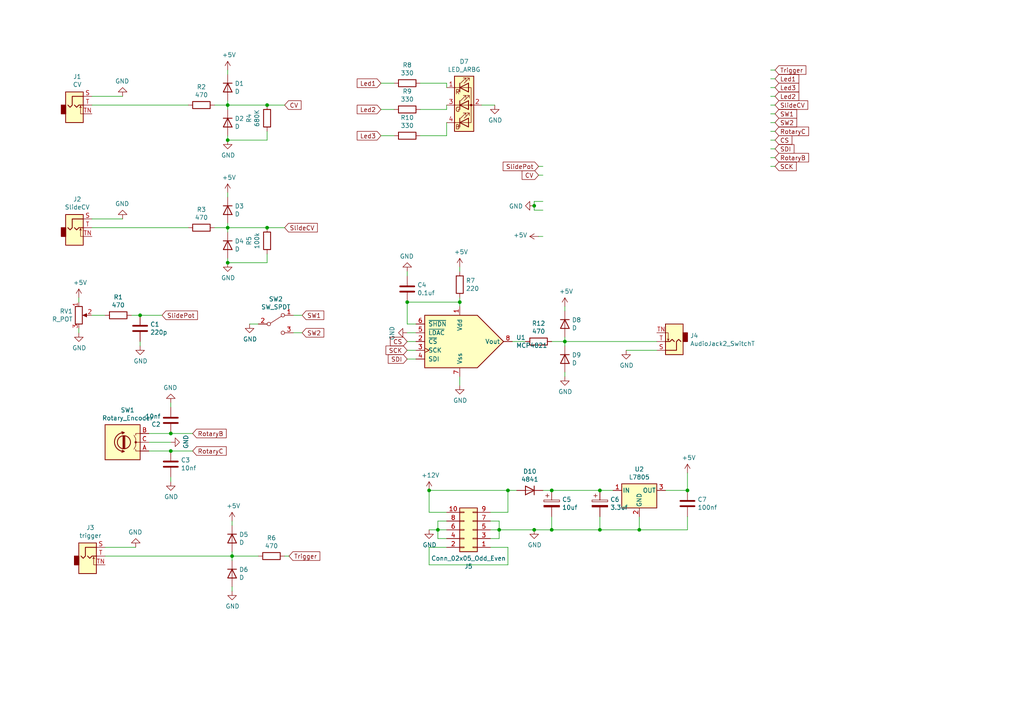
<source format=kicad_sch>
(kicad_sch (version 20211123) (generator eeschema)
  (paper "A4")
  (lib_symbols
    (symbol "Analog_DAC:MCP4821" (pin_names (offset 1.016))
      (property "Reference" "U" (at 1.27 10.795 0))
      (property "Value" "MCP4821" (at 1.27 8.89 0))
      (symbol "MCP4821_0_0"
        (polyline (pts (xy 12.7 0) (xy 5.08 7.62) (xy -10.16 7.62) (xy -10.16 -7.62) (xy 5.08 -7.62) (xy 12.7 0)) (stroke (width 0.254)) (fill (type background)))
      )
      (symbol "MCP4821_1_1"
        (pin power_in line (at 0 10.16 270) (length 2.54) (name "Vdd") (number "1"))
        (pin input line (at -12.7 0 0) (length 2.54) (name "~{CS}") (number "2"))
        (pin input clock (at -12.7 -2.54 0) (length 2.54) (name "SCK") (number "3"))
        (pin input line (at -12.7 -5.08 0) (length 2.54) (name "SDI") (number "4"))
        (pin input line (at -12.7 2.54 0) (length 2.54) (name "~{LDAC}") (number "5"))
        (pin input line (at -12.7 5.08 0) (length 2.54) (name "~{SHDN}") (number "6"))
        (pin power_in line (at 0 -10.16 90) (length 2.54) (name "Vss") (number "7"))
        (pin output line (at 15.24 0 180) (length 2.54) (name "Vout") (number "8"))
      )
    )
    (symbol "Connector:AudioJack2_SwitchT"
      (property "Reference" "J" (at 0 8.89 0))
      (property "Value" "AudioJack2_SwitchT" (at 0 6.35 0))
      (symbol "AudioJack2_SwitchT_0_1"
        (rectangle (start -2.54 0) (end -3.81 -2.54) (stroke (width 0.254)) (fill (type outline)))
        (polyline (pts (xy 1.778 -0.254) (xy 2.032 -0.762)))
        (polyline (pts (xy 0 0) (xy 0.635 -0.635) (xy 1.27 0) (xy 2.54 0)) (stroke (width 0.254)))
        (polyline (pts (xy 2.54 -2.54) (xy 1.778 -2.54) (xy 1.778 -0.254) (xy 1.524 -0.762)))
        (polyline (pts (xy 2.54 2.54) (xy -0.635 2.54) (xy -0.635 0) (xy -1.27 -0.635) (xy -1.905 0)) (stroke (width 0.254)))
        (rectangle (start 2.54 3.81) (end -2.54 -5.08) (stroke (width 0.254)) (fill (type background)))
      )
      (symbol "AudioJack2_SwitchT_1_1"
        (pin passive line (at 5.08 2.54 180) (length 2.54) (name "~") (number "S"))
        (pin passive line (at 5.08 0 180) (length 2.54) (name "~") (number "T"))
        (pin passive line (at 5.08 -2.54 180) (length 2.54) (name "~") (number "TN"))
      )
    )
    (symbol "Connector_Generic:Conn_02x05_Odd_Even" (pin_names (offset 1.016) hide)
      (property "Reference" "J" (at 1.27 7.62 0))
      (property "Value" "Conn_02x05_Odd_Even" (at 1.27 -7.62 0))
      (symbol "Conn_02x05_Odd_Even_1_1"
        (rectangle (start -1.27 -4.953) (end 0 -5.207) (stroke (width 0.1524)))
        (rectangle (start -1.27 -2.413) (end 0 -2.667) (stroke (width 0.1524)))
        (rectangle (start -1.27 0.127) (end 0 -0.127) (stroke (width 0.1524)))
        (rectangle (start -1.27 2.667) (end 0 2.413) (stroke (width 0.1524)))
        (rectangle (start -1.27 5.207) (end 0 4.953) (stroke (width 0.1524)))
        (rectangle (start -1.27 6.35) (end 3.81 -6.35) (stroke (width 0.254)) (fill (type background)))
        (rectangle (start 3.81 -4.953) (end 2.54 -5.207) (stroke (width 0.1524)))
        (rectangle (start 3.81 -2.413) (end 2.54 -2.667) (stroke (width 0.1524)))
        (rectangle (start 3.81 0.127) (end 2.54 -0.127) (stroke (width 0.1524)))
        (rectangle (start 3.81 2.667) (end 2.54 2.413) (stroke (width 0.1524)))
        (rectangle (start 3.81 5.207) (end 2.54 4.953) (stroke (width 0.1524)))
        (pin passive line (at -5.08 5.08 0) (length 3.81) (name "Pin_1") (number "1"))
        (pin passive line (at 7.62 -5.08 180) (length 3.81) (name "Pin_10") (number "10"))
        (pin passive line (at 7.62 5.08 180) (length 3.81) (name "Pin_2") (number "2"))
        (pin passive line (at -5.08 2.54 0) (length 3.81) (name "Pin_3") (number "3"))
        (pin passive line (at 7.62 2.54 180) (length 3.81) (name "Pin_4") (number "4"))
        (pin passive line (at -5.08 0 0) (length 3.81) (name "Pin_5") (number "5"))
        (pin passive line (at 7.62 0 180) (length 3.81) (name "Pin_6") (number "6"))
        (pin passive line (at -5.08 -2.54 0) (length 3.81) (name "Pin_7") (number "7"))
        (pin passive line (at 7.62 -2.54 180) (length 3.81) (name "Pin_8") (number "8"))
        (pin passive line (at -5.08 -5.08 0) (length 3.81) (name "Pin_9") (number "9"))
      )
    )
    (symbol "Device:C" (pin_numbers hide) (pin_names (offset 0.254))
      (property "Reference" "C" (at 0.635 2.54 0))
      (property "Value" "C" (at 0.635 -2.54 0))
      (symbol "C_0_1"
        (polyline (pts (xy -2.032 -0.762) (xy 2.032 -0.762)) (stroke (width 0.508)))
        (polyline (pts (xy -2.032 0.762) (xy 2.032 0.762)) (stroke (width 0.508)))
      )
      (symbol "C_1_1"
        (pin passive line (at 0 3.81 270) (length 2.794) (name "~") (number "1"))
        (pin passive line (at 0 -3.81 90) (length 2.794) (name "~") (number "2"))
      )
    )
    (symbol "Device:CP" (pin_numbers hide) (pin_names (offset 0.254))
      (property "Reference" "C" (at 0.635 2.54 0))
      (property "Value" "Device_CP" (at 0.635 -2.54 0))
      (symbol "CP_0_1"
        (rectangle (start -2.286 0.508) (end 2.286 1.016))
        (polyline (pts (xy -1.778 2.286) (xy -0.762 2.286)))
        (polyline (pts (xy -1.27 2.794) (xy -1.27 1.778)))
        (rectangle (start 2.286 -0.508) (end -2.286 -1.016) (fill (type outline)))
      )
      (symbol "CP_1_1"
        (pin passive line (at 0 3.81 270) (length 2.794) (name "~") (number "1"))
        (pin passive line (at 0 -3.81 90) (length 2.794) (name "~") (number "2"))
      )
    )
    (symbol "Device:D" (pin_numbers hide) (pin_names (offset 1.016) hide)
      (property "Reference" "D" (at 0 2.54 0))
      (property "Value" "D" (at 0 -2.54 0))
      (symbol "D_0_1"
        (polyline (pts (xy -1.27 1.27) (xy -1.27 -1.27)) (stroke (width 0.254)))
        (polyline (pts (xy 1.27 0) (xy -1.27 0)))
        (polyline (pts (xy 1.27 1.27) (xy 1.27 -1.27) (xy -1.27 0) (xy 1.27 1.27)) (stroke (width 0.254)))
      )
      (symbol "D_1_1"
        (pin passive line (at -3.81 0 0) (length 2.54) (name "K") (number "1"))
        (pin passive line (at 3.81 0 180) (length 2.54) (name "A") (number "2"))
      )
    )
    (symbol "Device:LED_RAGB" (pin_names (offset 0) hide)
      (property "Reference" "D" (at 0 9.398 0))
      (property "Value" "LED_RAGB" (at 0 -8.89 0))
      (symbol "LED_RAGB_0_0"
        (text "B" (at -1.905 -6.35 0) (effects (font (size 1.27 1.27))))
        (text "G" (at -1.905 -1.27 0) (effects (font (size 1.27 1.27))))
        (text "R" (at -1.905 3.81 0) (effects (font (size 1.27 1.27))))
      )
      (symbol "LED_RAGB_0_1"
        (polyline (pts (xy -1.27 -5.08) (xy -2.54 -5.08)))
        (polyline (pts (xy -1.27 -5.08) (xy 1.27 -5.08)))
        (polyline (pts (xy -1.27 -3.81) (xy -1.27 -6.35)) (stroke (width 0.254)))
        (polyline (pts (xy -1.27 0) (xy -2.54 0)))
        (polyline (pts (xy -1.27 1.27) (xy -1.27 -1.27)) (stroke (width 0.254)))
        (polyline (pts (xy -1.27 5.08) (xy -2.54 5.08)))
        (polyline (pts (xy -1.27 5.08) (xy 1.27 5.08)))
        (polyline (pts (xy -1.27 6.35) (xy -1.27 3.81)) (stroke (width 0.254)))
        (polyline (pts (xy 1.27 0) (xy -1.27 0)))
        (polyline (pts (xy 1.27 0) (xy 2.54 0)))
        (polyline (pts (xy -1.27 1.27) (xy -1.27 -1.27) (xy -1.27 -1.27)))
        (polyline (pts (xy -1.27 6.35) (xy -1.27 3.81) (xy -1.27 3.81)))
        (polyline (pts (xy 1.27 -5.08) (xy 2.032 -5.08) (xy 2.032 5.08) (xy 1.27 5.08)))
        (polyline (pts (xy 1.27 -3.81) (xy 1.27 -6.35) (xy -1.27 -5.08) (xy 1.27 -3.81)) (stroke (width 0.254)))
        (polyline (pts (xy 1.27 1.27) (xy 1.27 -1.27) (xy -1.27 0) (xy 1.27 1.27)) (stroke (width 0.254)))
        (polyline (pts (xy 1.27 6.35) (xy 1.27 3.81) (xy -1.27 5.08) (xy 1.27 6.35)) (stroke (width 0.254)))
        (polyline (pts (xy -1.016 -3.81) (xy 0.508 -2.286) (xy -0.254 -2.286) (xy 0.508 -2.286) (xy 0.508 -3.048)))
        (polyline (pts (xy -1.016 1.27) (xy 0.508 2.794) (xy -0.254 2.794) (xy 0.508 2.794) (xy 0.508 2.032)))
        (polyline (pts (xy -1.016 6.35) (xy 0.508 7.874) (xy -0.254 7.874) (xy 0.508 7.874) (xy 0.508 7.112)))
        (polyline (pts (xy 0 -3.81) (xy 1.524 -2.286) (xy 0.762 -2.286) (xy 1.524 -2.286) (xy 1.524 -3.048)))
        (polyline (pts (xy 0 1.27) (xy 1.524 2.794) (xy 0.762 2.794) (xy 1.524 2.794) (xy 1.524 2.032)))
        (polyline (pts (xy 0 6.35) (xy 1.524 7.874) (xy 0.762 7.874) (xy 1.524 7.874) (xy 1.524 7.112)))
        (rectangle (start 1.27 -1.27) (end 1.27 1.27))
        (rectangle (start 1.27 1.27) (end 1.27 1.27))
        (rectangle (start 1.27 3.81) (end 1.27 6.35))
        (rectangle (start 1.27 6.35) (end 1.27 6.35))
        (circle (center 2.032 0) (radius 0.254) (fill (type outline)))
        (rectangle (start 2.794 8.382) (end -2.794 -7.62) (stroke (width 0.254)) (fill (type background)))
      )
      (symbol "LED_RAGB_1_1"
        (pin passive line (at -5.08 5.08 0) (length 2.54) (name "RK") (number "1"))
        (pin passive line (at 5.08 0 180) (length 2.54) (name "A") (number "2"))
        (pin passive line (at -5.08 0 0) (length 2.54) (name "GK") (number "3"))
        (pin passive line (at -5.08 -5.08 0) (length 2.54) (name "BK") (number "4"))
      )
    )
    (symbol "Device:R" (pin_numbers hide) (pin_names (offset 0))
      (property "Reference" "R" (at 2.032 0 90))
      (property "Value" "R" (at 0 0 90))
      (symbol "R_0_1"
        (rectangle (start -1.016 -2.54) (end 1.016 2.54) (stroke (width 0.254)))
      )
      (symbol "R_1_1"
        (pin passive line (at 0 3.81 270) (length 1.27) (name "~") (number "1"))
        (pin passive line (at 0 -3.81 90) (length 1.27) (name "~") (number "2"))
      )
    )
    (symbol "Device:R_POT" (pin_names (offset 1.016) hide)
      (property "Reference" "RV" (at -4.445 0 90))
      (property "Value" "Device_R_POT" (at -2.54 0 90))
      (symbol "R_POT_0_1"
        (polyline (pts (xy 2.54 0) (xy 1.524 0)))
        (polyline (pts (xy 1.143 0) (xy 2.286 0.508) (xy 2.286 -0.508) (xy 1.143 0)) (fill (type outline)))
        (rectangle (start 1.016 2.54) (end -1.016 -2.54) (stroke (width 0.254)))
      )
      (symbol "R_POT_1_1"
        (pin passive line (at 0 3.81 270) (length 1.27) (name "1") (number "1"))
        (pin passive line (at 3.81 0 180) (length 1.27) (name "2") (number "2"))
        (pin passive line (at 0 -3.81 90) (length 1.27) (name "3") (number "3"))
      )
    )
    (symbol "Device:Rotary_Encoder" (pin_names (offset 0.254) hide)
      (property "Reference" "SW" (at 0 6.604 0))
      (property "Value" "Device_Rotary_Encoder" (at 0 -6.604 0))
      (symbol "Rotary_Encoder_0_1"
        (rectangle (start -5.08 5.08) (end 5.08 -5.08) (stroke (width 0.254)) (fill (type background)))
        (circle (center -3.81 0) (radius 0.254) (fill (type outline)))
        (arc (start -0.381 -2.794) (mid 2.3622 -0.0508) (end -0.381 2.667) (stroke (width 0.254)))
        (circle (center -0.381 0) (radius 1.905) (stroke (width 0.254)))
        (polyline (pts (xy -0.635 -1.778) (xy -0.635 1.778)) (stroke (width 0.254)))
        (polyline (pts (xy -0.381 -1.778) (xy -0.381 1.778)) (stroke (width 0.254)))
        (polyline (pts (xy -0.127 1.778) (xy -0.127 -1.778)) (stroke (width 0.254)))
        (polyline (pts (xy -5.08 -2.54) (xy -3.81 -2.54) (xy -3.81 -2.032)))
        (polyline (pts (xy -5.08 2.54) (xy -3.81 2.54) (xy -3.81 2.032)))
        (polyline (pts (xy 0.254 -3.048) (xy -0.508 -2.794) (xy 0.127 -2.413)) (stroke (width 0.254)))
        (polyline (pts (xy 0.254 2.921) (xy -0.508 2.667) (xy 0.127 2.286)) (stroke (width 0.254)))
        (polyline (pts (xy -5.08 0) (xy -3.81 0) (xy -3.81 -1.016) (xy -3.302 -2.032)))
        (polyline (pts (xy -4.318 0) (xy -3.81 0) (xy -3.81 1.016) (xy -3.302 2.032)))
      )
      (symbol "Rotary_Encoder_1_1"
        (pin passive line (at -7.62 2.54 0) (length 2.54) (name "A") (number "A"))
        (pin passive line (at -7.62 -2.54 0) (length 2.54) (name "B") (number "B"))
        (pin passive line (at -7.62 0 0) (length 2.54) (name "C") (number "C"))
      )
    )
    (symbol "Regulator_Linear:L7805" (pin_names (offset 0.254))
      (property "Reference" "U" (at -3.81 3.175 0))
      (property "Value" "L7805" (at 0 3.175 0))
      (symbol "L7805_0_1"
        (rectangle (start -5.08 1.905) (end 5.08 -5.08) (stroke (width 0.254)) (fill (type background)))
      )
      (symbol "L7805_1_1"
        (pin power_in line (at -7.62 0 0) (length 2.54) (name "IN") (number "1"))
        (pin power_in line (at 0 -7.62 90) (length 2.54) (name "GND") (number "2"))
        (pin power_out line (at 7.62 0 180) (length 2.54) (name "OUT") (number "3"))
      )
    )
    (symbol "Switch:SW_SPDT" (pin_names (offset 0) hide)
      (property "Reference" "SW" (at 0 4.318 0))
      (property "Value" "SW_SPDT" (at 0 -5.08 0))
      (symbol "SW_SPDT_0_0"
        (circle (center -2.032 0) (radius 0.508))
        (circle (center 2.032 -2.54) (radius 0.508))
      )
      (symbol "SW_SPDT_0_1"
        (polyline (pts (xy -1.524 0.254) (xy 1.651 2.286)))
        (circle (center 2.032 2.54) (radius 0.508))
      )
      (symbol "SW_SPDT_1_1"
        (pin passive line (at 5.08 2.54 180) (length 2.54) (name "A") (number "1"))
        (pin passive line (at -5.08 0 0) (length 2.54) (name "B") (number "2"))
        (pin passive line (at 5.08 -2.54 180) (length 2.54) (name "C") (number "3"))
      )
    )
    (symbol "power:+12V" (power) (pin_names (offset 0))
      (property "Value" "+12V" (at 0 3.556 0))
      (symbol "+12V_0_1"
        (polyline (pts (xy -0.762 1.27) (xy 0 2.54)))
        (polyline (pts (xy 0 0) (xy 0 2.54)))
        (polyline (pts (xy 0 2.54) (xy 0.762 1.27)))
      )
      (symbol "+12V_1_1"
        (pin power_in line (at 0 0 90) (length 0) hide (name "+12V") (number "1"))
      )
    )
    (symbol "power:+5V" (power) (pin_names (offset 0))
      (property "Value" "+5V" (at 0 3.556 0))
      (symbol "+5V_0_1"
        (polyline (pts (xy -0.762 1.27) (xy 0 2.54)))
        (polyline (pts (xy 0 0) (xy 0 2.54)))
        (polyline (pts (xy 0 2.54) (xy 0.762 1.27)))
      )
      (symbol "+5V_1_1"
        (pin power_in line (at 0 0 90) (length 0) hide (name "+5V") (number "1"))
      )
    )
    (symbol "power:GND" (power) (pin_names (offset 0))
      (property "Value" "GND" (at 0 -3.81 0))
      (symbol "GND_0_1"
        (polyline (pts (xy 0 0) (xy 0 -1.27) (xy 1.27 -1.27) (xy 0 -2.54) (xy -1.27 -1.27) (xy 0 -1.27)))
      )
      (symbol "GND_1_1"
        (pin power_in line (at 0 0 270) (length 0) hide (name "GND") (number "1"))
      )
    )
  )
  (junction (at 160.02 142.24))
  (junction (at 154.94 59.69))
  (junction (at 49.53 130.81))
  (junction (at 77.47 30.48))
  (junction (at 40.64 91.44))
  (junction (at 66.04 40.64))
  (junction (at 163.83 99.06))
  (junction (at 160.02 153.67))
  (junction (at 154.94 153.67))
  (junction (at 66.04 76.2))
  (junction (at 67.31 161.29))
  (junction (at 66.04 30.48))
  (junction (at 199.39 142.24))
  (junction (at 173.99 142.24))
  (junction (at 124.46 142.24))
  (junction (at 147.32 142.24))
  (junction (at 66.04 66.04))
  (junction (at 173.99 153.67))
  (junction (at 144.78 153.67))
  (junction (at 185.42 153.67))
  (junction (at 77.47 66.04))
  (junction (at 127 153.67))
  (junction (at 133.35 87.63))
  (junction (at 118.11 87.63))
  (junction (at 49.53 125.73))
  (wire (pts (xy 121.92 24.13) (xy 129.54 24.13)))
  (wire (pts (xy 223.52 38.1) (xy 224.79 38.1)))
  (wire (pts (xy 66.04 67.31) (xy 66.04 66.04)))
  (wire (pts (xy 22.86 95.25) (xy 22.86 96.52)))
  (wire (pts (xy 152.4 99.06) (xy 148.59 99.06)))
  (wire (pts (xy 114.3 31.75) (xy 110.49 31.75)))
  (wire (pts (xy 120.65 96.52) (xy 118.11 96.52)))
  (wire (pts (xy 223.52 30.48) (xy 224.79 30.48)))
  (wire (pts (xy 127 156.21) (xy 129.54 156.21)))
  (wire (pts (xy 154.94 59.69) (xy 154.94 58.42)))
  (wire (pts (xy 66.04 29.21) (xy 66.04 30.48)))
  (wire (pts (xy 66.04 64.77) (xy 66.04 66.04)))
  (wire (pts (xy 74.93 93.98) (xy 72.39 93.98)))
  (wire (pts (xy 77.47 30.48) (xy 82.55 30.48)))
  (wire (pts (xy 82.55 161.29) (xy 83.82 161.29)))
  (wire (pts (xy 223.52 25.4) (xy 224.79 25.4)))
  (wire (pts (xy 26.67 91.44) (xy 30.48 91.44)))
  (wire (pts (xy 199.39 142.24) (xy 199.39 137.16)))
  (wire (pts (xy 223.52 22.86) (xy 224.79 22.86)))
  (wire (pts (xy 157.48 142.24) (xy 160.02 142.24)))
  (wire (pts (xy 121.92 31.75) (xy 129.54 31.75)))
  (wire (pts (xy 173.99 153.67) (xy 160.02 153.67)))
  (wire (pts (xy 144.78 153.67) (xy 144.78 156.21)))
  (wire (pts (xy 129.54 148.59) (xy 124.46 148.59)))
  (wire (pts (xy 190.5 101.6) (xy 181.61 101.6)))
  (wire (pts (xy 160.02 153.67) (xy 160.02 149.86)))
  (wire (pts (xy 49.53 130.81) (xy 55.88 130.81)))
  (wire (pts (xy 223.52 43.18) (xy 224.79 43.18)))
  (wire (pts (xy 163.83 99.06) (xy 190.5 99.06)))
  (wire (pts (xy 154.94 60.96) (xy 154.94 59.69)))
  (wire (pts (xy 144.78 153.67) (xy 142.24 153.67)))
  (wire (pts (xy 133.35 87.63) (xy 133.35 88.9)))
  (wire (pts (xy 66.04 30.48) (xy 77.47 30.48)))
  (wire (pts (xy 129.54 151.13) (xy 127 151.13)))
  (wire (pts (xy 66.04 21.59) (xy 66.04 20.32)))
  (wire (pts (xy 120.65 101.6) (xy 118.11 101.6)))
  (wire (pts (xy 163.83 90.17) (xy 163.83 88.9)))
  (wire (pts (xy 85.09 91.44) (xy 87.63 91.44)))
  (wire (pts (xy 124.46 148.59) (xy 124.46 142.24)))
  (wire (pts (xy 120.65 104.14) (xy 118.11 104.14)))
  (wire (pts (xy 66.04 66.04) (xy 77.47 66.04)))
  (wire (pts (xy 173.99 153.67) (xy 173.99 149.86)))
  (wire (pts (xy 43.18 130.81) (xy 49.53 130.81)))
  (wire (pts (xy 149.86 142.24) (xy 147.32 142.24)))
  (wire (pts (xy 49.53 125.73) (xy 55.88 125.73)))
  (wire (pts (xy 67.31 152.4) (xy 67.31 151.13)))
  (wire (pts (xy 139.7 30.48) (xy 143.51 30.48)))
  (wire (pts (xy 38.1 91.44) (xy 40.64 91.44)))
  (wire (pts (xy 154.94 58.42) (xy 157.48 58.42)))
  (wire (pts (xy 124.46 163.83) (xy 147.32 163.83)))
  (wire (pts (xy 163.83 107.95) (xy 163.83 109.22)))
  (wire (pts (xy 223.52 33.02) (xy 224.79 33.02)))
  (wire (pts (xy 223.52 35.56) (xy 224.79 35.56)))
  (wire (pts (xy 163.83 97.79) (xy 163.83 99.06)))
  (wire (pts (xy 223.52 40.64) (xy 224.79 40.64)))
  (wire (pts (xy 121.92 39.37) (xy 129.54 39.37)))
  (wire (pts (xy 147.32 158.75) (xy 147.32 163.83)))
  (wire (pts (xy 67.31 170.18) (xy 67.31 171.45)))
  (wire (pts (xy 193.04 142.24) (xy 199.39 142.24)))
  (wire (pts (xy 77.47 76.2) (xy 77.47 73.66)))
  (wire (pts (xy 77.47 66.04) (xy 82.55 66.04)))
  (wire (pts (xy 157.48 68.58) (xy 156.21 68.58)))
  (wire (pts (xy 160.02 142.24) (xy 173.99 142.24)))
  (wire (pts (xy 129.54 39.37) (xy 129.54 35.56)))
  (wire (pts (xy 223.52 45.72) (xy 224.79 45.72)))
  (wire (pts (xy 62.23 30.48) (xy 66.04 30.48)))
  (wire (pts (xy 66.04 74.93) (xy 66.04 76.2)))
  (wire (pts (xy 66.04 31.75) (xy 66.04 30.48)))
  (wire (pts (xy 199.39 153.67) (xy 185.42 153.67)))
  (wire (pts (xy 43.18 128.27) (xy 49.53 128.27)))
  (wire (pts (xy 49.53 118.11) (xy 49.53 116.84)))
  (wire (pts (xy 124.46 142.24) (xy 147.32 142.24)))
  (wire (pts (xy 22.86 87.63) (xy 22.86 86.36)))
  (wire (pts (xy 62.23 66.04) (xy 66.04 66.04)))
  (wire (pts (xy 26.67 66.04) (xy 54.61 66.04)))
  (wire (pts (xy 66.04 76.2) (xy 77.47 76.2)))
  (wire (pts (xy 147.32 142.24) (xy 147.32 148.59)))
  (wire (pts (xy 133.35 86.36) (xy 133.35 87.63)))
  (wire (pts (xy 49.53 138.43) (xy 49.53 139.7)))
  (wire (pts (xy 67.31 161.29) (xy 74.93 161.29)))
  (wire (pts (xy 154.94 153.67) (xy 160.02 153.67)))
  (wire (pts (xy 147.32 148.59) (xy 142.24 148.59)))
  (wire (pts (xy 26.67 30.48) (xy 54.61 30.48)))
  (wire (pts (xy 120.65 93.98) (xy 118.11 93.98)))
  (wire (pts (xy 120.65 99.06) (xy 118.11 99.06)))
  (wire (pts (xy 127 153.67) (xy 124.46 153.67)))
  (wire (pts (xy 30.48 161.29) (xy 67.31 161.29)))
  (wire (pts (xy 118.11 93.98) (xy 118.11 87.63)))
  (wire (pts (xy 67.31 160.02) (xy 67.31 161.29)))
  (wire (pts (xy 199.39 149.86) (xy 199.39 153.67)))
  (wire (pts (xy 114.3 24.13) (xy 110.49 24.13)))
  (wire (pts (xy 85.09 96.52) (xy 87.63 96.52)))
  (wire (pts (xy 127 151.13) (xy 127 153.67)))
  (wire (pts (xy 173.99 142.24) (xy 177.8 142.24)))
  (wire (pts (xy 118.11 80.01) (xy 118.11 78.74)))
  (wire (pts (xy 185.42 149.86) (xy 185.42 153.67)))
  (wire (pts (xy 160.02 99.06) (xy 163.83 99.06)))
  (wire (pts (xy 124.46 163.83) (xy 124.46 158.75)))
  (wire (pts (xy 66.04 40.64) (xy 77.47 40.64)))
  (wire (pts (xy 30.48 158.75) (xy 39.37 158.75)))
  (wire (pts (xy 129.54 153.67) (xy 127 153.67)))
  (wire (pts (xy 118.11 87.63) (xy 133.35 87.63)))
  (wire (pts (xy 43.18 125.73) (xy 49.53 125.73)))
  (wire (pts (xy 157.48 48.26) (xy 156.21 48.26)))
  (wire (pts (xy 133.35 109.22) (xy 133.35 111.76)))
  (wire (pts (xy 26.67 27.94) (xy 35.56 27.94)))
  (wire (pts (xy 40.64 99.06) (xy 40.64 100.33)))
  (wire (pts (xy 66.04 57.15) (xy 66.04 55.88)))
  (wire (pts (xy 26.67 63.5) (xy 35.56 63.5)))
  (wire (pts (xy 144.78 153.67) (xy 154.94 153.67)))
  (wire (pts (xy 124.46 158.75) (xy 129.54 158.75)))
  (wire (pts (xy 185.42 153.67) (xy 173.99 153.67)))
  (wire (pts (xy 129.54 24.13) (xy 129.54 25.4)))
  (wire (pts (xy 157.48 60.96) (xy 154.94 60.96)))
  (wire (pts (xy 142.24 151.13) (xy 144.78 151.13)))
  (wire (pts (xy 114.3 39.37) (xy 110.49 39.37)))
  (wire (pts (xy 66.04 39.37) (xy 66.04 40.64)))
  (wire (pts (xy 142.24 158.75) (xy 147.32 158.75)))
  (wire (pts (xy 223.52 48.26) (xy 224.79 48.26)))
  (wire (pts (xy 163.83 100.33) (xy 163.83 99.06)))
  (wire (pts (xy 77.47 40.64) (xy 77.47 38.1)))
  (wire (pts (xy 133.35 77.47) (xy 133.35 78.74)))
  (wire (pts (xy 144.78 151.13) (xy 144.78 153.67)))
  (wire (pts (xy 129.54 31.75) (xy 129.54 30.48)))
  (wire (pts (xy 156.21 50.8) (xy 157.48 50.8)))
  (wire (pts (xy 67.31 162.56) (xy 67.31 161.29)))
  (wire (pts (xy 40.64 91.44) (xy 46.99 91.44)))
  (wire (pts (xy 127 153.67) (xy 127 156.21)))
  (wire (pts (xy 144.78 156.21) (xy 142.24 156.21)))
  (wire (pts (xy 223.52 27.94) (xy 224.79 27.94)))
  (wire (pts (xy 223.52 20.32) (xy 224.79 20.32)))
  (global_label "CS" (shape input) (at 224.79 40.64 0) (property "Intersheet References" "${INTERSHEET_REFS}" (effects hide)))
  (global_label "Trigger" (shape input) (at 224.79 20.32 0) (property "Intersheet References" "${INTERSHEET_REFS}" (effects hide)))
  (global_label "RotaryC" (shape input) (at 55.88 130.81 0) (property "Intersheet References" "${INTERSHEET_REFS}" (effects hide)))
  (global_label "CV" (shape input) (at 82.55 30.48 0) (property "Intersheet References" "${INTERSHEET_REFS}" (effects hide)))
  (global_label "SDI" (shape input) (at 224.79 43.18 0) (property "Intersheet References" "${INTERSHEET_REFS}" (effects hide)))
  (global_label "SDI" (shape input) (at 118.11 104.14 180) (property "Intersheet References" "${INTERSHEET_REFS}" (effects hide)))
  (global_label "Trigger" (shape input) (at 83.82 161.29 0) (property "Intersheet References" "${INTERSHEET_REFS}" (effects hide)))
  (global_label "Led2" (shape input) (at 224.79 27.94 0) (property "Intersheet References" "${INTERSHEET_REFS}" (effects hide)))
  (global_label "SlidePot" (shape input) (at 46.99 91.44 0) (property "Intersheet References" "${INTERSHEET_REFS}" (effects hide)))
  (global_label "Led3" (shape input) (at 224.79 25.4 0) (property "Intersheet References" "${INTERSHEET_REFS}" (effects hide)))
  (global_label "Led2" (shape input) (at 110.49 31.75 180) (property "Intersheet References" "${INTERSHEET_REFS}" (effects hide)))
  (global_label "SlideCV" (shape input) (at 224.79 30.48 0) (property "Intersheet References" "${INTERSHEET_REFS}" (effects hide)))
  (global_label "CV" (shape input) (at 156.21 50.8 180) (property "Intersheet References" "${INTERSHEET_REFS}" (effects hide)))
  (global_label "SCK" (shape input) (at 224.79 48.26 0) (property "Intersheet References" "${INTERSHEET_REFS}" (effects hide)))
  (global_label "SlidePot" (shape input) (at 156.21 48.26 180) (property "Intersheet References" "${INTERSHEET_REFS}" (effects hide)))
  (global_label "SW2" (shape input) (at 224.79 35.56 0) (property "Intersheet References" "${INTERSHEET_REFS}" (effects hide)))
  (global_label "Led1" (shape input) (at 110.49 24.13 180) (property "Intersheet References" "${INTERSHEET_REFS}" (effects hide)))
  (global_label "CS" (shape input) (at 118.11 99.06 180) (property "Intersheet References" "${INTERSHEET_REFS}" (effects hide)))
  (global_label "RotaryB" (shape input) (at 55.88 125.73 0) (property "Intersheet References" "${INTERSHEET_REFS}" (effects hide)))
  (global_label "RotaryB" (shape input) (at 224.79 45.72 0) (property "Intersheet References" "${INTERSHEET_REFS}" (effects hide)))
  (global_label "SW2" (shape input) (at 87.63 96.52 0) (property "Intersheet References" "${INTERSHEET_REFS}" (effects hide)))
  (global_label "Led1" (shape input) (at 224.79 22.86 0) (property "Intersheet References" "${INTERSHEET_REFS}" (effects hide)))
  (global_label "SCK" (shape input) (at 118.11 101.6 180) (property "Intersheet References" "${INTERSHEET_REFS}" (effects hide)))
  (global_label "SlideCV" (shape input) (at 82.55 66.04 0) (property "Intersheet References" "${INTERSHEET_REFS}" (effects hide)))
  (global_label "SW1" (shape input) (at 224.79 33.02 0) (property "Intersheet References" "${INTERSHEET_REFS}" (effects hide)))
  (global_label "RotaryC" (shape input) (at 224.79 38.1 0) (property "Intersheet References" "${INTERSHEET_REFS}" (effects hide)))
  (global_label "SW1" (shape input) (at 87.63 91.44 0) (property "Intersheet References" "${INTERSHEET_REFS}" (effects hide)))
  (global_label "Led3" (shape input) (at 110.49 39.37 180) (property "Intersheet References" "${INTERSHEET_REFS}" (effects hide)))
  (symbol (lib_id "Connector:AudioJack2_SwitchT") (at 21.59 30.48 0) (unit 1)
    (property "Reference" "J1" (at 22.4028 22.225 0))
    (property "Value" "CV" (at 22.4028 24.5364 0))
    (property "Footprint" "Connector_Audio:Jack_3.5mm_QingPu_WQP-PJ398SM_Vertical_CircularHoles" (effects hide))
  )
  (symbol (lib_id "Device:R") (at 58.42 30.48 270) (unit 1)
    (property "Reference" "R2" (at 58.42 25.2222 90))
    (property "Value" "470" (at 58.42 27.5336 90))
    (property "Footprint" "Resistor_THT:R_Axial_DIN0207_L6.3mm_D2.5mm_P7.62mm_Horizontal" (effects hide))
  )
  (symbol (lib_id "Device:D") (at 66.04 25.4 270) (unit 1)
    (property "Reference" "D1" (at 68.072 24.2316 90) (effects (justify left)))
    (property "Value" "D" (at 68.072 26.543 90) (effects (justify left)))
    (property "Footprint" "Diode_THT:D_DO-34_SOD68_P7.62mm_Horizontal" (effects hide))
  )
  (symbol (lib_id "Device:D") (at 66.04 35.56 270) (unit 1)
    (property "Reference" "D2" (at 68.072 34.3916 90) (effects (justify left)))
    (property "Value" "D" (at 68.072 36.703 90) (effects (justify left)))
    (property "Footprint" "Diode_THT:D_DO-34_SOD68_P7.62mm_Horizontal" (effects hide))
  )
  (symbol (lib_id "Device:R") (at 77.47 34.29 0) (unit 1)
    (property "Reference" "R4" (at 72.2122 34.29 90))
    (property "Value" "680K" (at 74.5236 34.29 90))
    (property "Footprint" "Resistor_THT:R_Axial_DIN0207_L6.3mm_D2.5mm_P7.62mm_Horizontal" (effects hide))
  )
  (symbol (lib_id "power:GND") (at 66.04 40.64 0) (unit 1)
    (property "Reference" "#PWR0101" (effects hide))
    (property "Value" "GND" (at 66.167 45.0342 0))
  )
  (symbol (lib_id "power:+5V") (at 66.04 20.32 0) (unit 1)
    (property "Reference" "#PWR0102" (effects hide))
    (property "Value" "+5V" (at 66.421 15.9258 0))
  )
  (symbol (lib_id "power:GND") (at 35.56 27.94 180) (unit 1)
    (property "Reference" "#PWR0103" (effects hide))
    (property "Value" "GND" (at 35.433 23.5458 0))
  )
  (symbol (lib_id "Connector_Generic:Conn_02x05_Odd_Even") (at 137.16 153.67 180) (unit 1)
    (property "Reference" "J5" (at 135.89 164.2618 0))
    (property "Value" "Conn_02x05_Odd_Even" (at 135.89 161.9504 0))
    (property "Footprint" "Connector_IDC:IDC-Header_2x05_P2.54mm_Vertical" (effects hide))
  )
  (symbol (lib_id "Device:R") (at 58.42 66.04 270) (unit 1)
    (property "Reference" "R3" (at 58.42 60.7822 90))
    (property "Value" "470" (at 58.42 63.0936 90))
    (property "Footprint" "Resistor_THT:R_Axial_DIN0207_L6.3mm_D2.5mm_P7.62mm_Horizontal" (effects hide))
  )
  (symbol (lib_id "Device:D") (at 66.04 60.96 270) (unit 1)
    (property "Reference" "D3" (at 68.072 59.7916 90) (effects (justify left)))
    (property "Value" "D" (at 68.072 62.103 90) (effects (justify left)))
    (property "Footprint" "Diode_THT:D_DO-34_SOD68_P7.62mm_Horizontal" (effects hide))
  )
  (symbol (lib_id "Device:D") (at 66.04 71.12 270) (unit 1)
    (property "Reference" "D4" (at 68.072 69.9516 90) (effects (justify left)))
    (property "Value" "D" (at 68.072 72.263 90) (effects (justify left)))
    (property "Footprint" "Diode_THT:D_DO-34_SOD68_P7.62mm_Horizontal" (effects hide))
  )
  (symbol (lib_id "Device:R") (at 77.47 69.85 0) (unit 1)
    (property "Reference" "R5" (at 72.2122 69.85 90))
    (property "Value" "100k" (at 74.5236 69.85 90))
    (property "Footprint" "Resistor_THT:R_Axial_DIN0207_L6.3mm_D2.5mm_P7.62mm_Horizontal" (effects hide))
  )
  (symbol (lib_id "power:GND") (at 66.04 76.2 0) (unit 1)
    (property "Reference" "#PWR0104" (effects hide))
    (property "Value" "GND" (at 66.167 80.5942 0))
  )
  (symbol (lib_id "power:+5V") (at 66.04 55.88 0) (unit 1)
    (property "Reference" "#PWR0105" (effects hide))
    (property "Value" "+5V" (at 66.421 51.4858 0))
  )
  (symbol (lib_id "Connector:AudioJack2_SwitchT") (at 21.59 66.04 0) (unit 1)
    (property "Reference" "J2" (at 22.4028 57.785 0))
    (property "Value" "SlideCV" (at 22.4028 60.0964 0))
    (property "Footprint" "Connector_Audio:Jack_3.5mm_QingPu_WQP-PJ398SM_Vertical_CircularHoles" (effects hide))
  )
  (symbol (lib_id "power:GND") (at 35.56 63.5 180) (unit 1)
    (property "Reference" "#PWR0106" (effects hide))
    (property "Value" "GND" (at 35.433 59.1058 0))
  )
  (symbol (lib_id "Device:R_POT") (at 22.86 91.44 0) (unit 1)
    (property "Reference" "RV1" (at 21.1074 90.2716 0) (effects (justify right)))
    (property "Value" "R_POT" (at 21.1074 92.583 0) (effects (justify right)))
    (property "Footprint" "Potentiometer_THT:Potentiometer_Alps_RK09K_Single_Vertical" (effects hide))
  )
  (symbol (lib_id "power:+5V") (at 22.86 86.36 0) (unit 1)
    (property "Reference" "#PWR0107" (effects hide))
    (property "Value" "+5V" (at 23.241 81.9658 0))
  )
  (symbol (lib_id "power:GND") (at 22.86 96.52 0) (unit 1)
    (property "Reference" "#PWR0108" (effects hide))
    (property "Value" "GND" (at 22.987 100.9142 0))
  )
  (symbol (lib_id "Device:R") (at 34.29 91.44 270) (unit 1)
    (property "Reference" "R1" (at 34.29 86.1822 90))
    (property "Value" "470" (at 34.29 88.4936 90))
    (property "Footprint" "Resistor_THT:R_Axial_DIN0207_L6.3mm_D2.5mm_P7.62mm_Horizontal" (effects hide))
  )
  (symbol (lib_id "Device:C") (at 40.64 95.25 0) (unit 1)
    (property "Reference" "C1" (at 43.561 94.0816 0) (effects (justify left)))
    (property "Value" "220p" (at 43.561 96.393 0) (effects (justify left)))
    (property "Footprint" "Capacitor_THT:C_Disc_D3.8mm_W2.6mm_P2.50mm" (effects hide))
  )
  (symbol (lib_id "power:GND") (at 40.64 100.33 0) (unit 1)
    (property "Reference" "#PWR0109" (effects hide))
    (property "Value" "GND" (at 40.767 104.7242 0))
  )
  (symbol (lib_id "Device:Rotary_Encoder") (at 35.56 128.27 180) (unit 1)
    (property "Reference" "SW1" (at 37.0078 118.9482 0))
    (property "Value" "Rotary_Encoder" (at 37.0078 121.2596 0))
    (property "Footprint" "Rotary_Encoder:RotaryEncoder_Alps_EC12E_Vertical_H20mm_CircularMountingHoles" (effects hide))
  )
  (symbol (lib_id "power:GND") (at 49.53 128.27 90) (unit 1)
    (property "Reference" "#PWR0110" (effects hide))
    (property "Value" "GND" (at 53.9242 128.143 0))
  )
  (symbol (lib_id "Device:C") (at 49.53 121.92 180) (unit 1)
    (property "Reference" "C2" (at 46.609 123.0884 0) (effects (justify left)))
    (property "Value" "10nf" (at 46.609 120.777 0) (effects (justify left)))
    (property "Footprint" "Capacitor_THT:C_Disc_D3.8mm_W2.6mm_P2.50mm" (effects hide))
  )
  (symbol (lib_id "power:GND") (at 49.53 116.84 180) (unit 1)
    (property "Reference" "#PWR0111" (effects hide))
    (property "Value" "GND" (at 49.403 112.4458 0))
  )
  (symbol (lib_id "Device:C") (at 49.53 134.62 0) (unit 1)
    (property "Reference" "C3" (at 52.451 133.4516 0) (effects (justify left)))
    (property "Value" "10nf" (at 52.451 135.763 0) (effects (justify left)))
    (property "Footprint" "Capacitor_THT:C_Disc_D3.8mm_W2.6mm_P2.50mm" (effects hide))
  )
  (symbol (lib_id "power:GND") (at 49.53 139.7 0) (unit 1)
    (property "Reference" "#PWR0112" (effects hide))
    (property "Value" "GND" (at 49.657 144.0942 0))
  )
  (symbol (lib_id "Connector:AudioJack2_SwitchT") (at 25.4 161.29 0) (unit 1)
    (property "Reference" "J3" (at 26.2128 153.035 0))
    (property "Value" "trigger" (at 26.2128 155.3464 0))
    (property "Footprint" "Connector_Audio:Jack_3.5mm_QingPu_WQP-PJ398SM_Vertical_CircularHoles" (effects hide))
  )
  (symbol (lib_id "power:GND") (at 39.37 158.75 180) (unit 1)
    (property "Reference" "#PWR0113" (effects hide))
    (property "Value" "GND" (at 39.243 154.3558 0))
  )
  (symbol (lib_id "Device:D") (at 153.67 142.24 180) (unit 1)
    (property "Reference" "D10" (at 153.67 136.7282 0))
    (property "Value" "4841" (at 153.67 139.0396 0))
    (property "Footprint" "Diode_THT:D_DO-34_SOD68_P7.62mm_Horizontal" (effects hide))
  )
  (symbol (lib_id "Device:R") (at 78.74 161.29 270) (unit 1)
    (property "Reference" "R6" (at 78.74 156.0322 90))
    (property "Value" "470" (at 78.74 158.3436 90))
    (property "Footprint" "Resistor_THT:R_Axial_DIN0207_L6.3mm_D2.5mm_P7.62mm_Horizontal" (effects hide))
  )
  (symbol (lib_id "Device:D") (at 67.31 156.21 270) (unit 1)
    (property "Reference" "D5" (at 69.342 155.0416 90) (effects (justify left)))
    (property "Value" "D" (at 69.342 157.353 90) (effects (justify left)))
    (property "Footprint" "Diode_THT:D_DO-34_SOD68_P7.62mm_Horizontal" (effects hide))
  )
  (symbol (lib_id "Device:D") (at 67.31 166.37 270) (unit 1)
    (property "Reference" "D6" (at 69.342 165.2016 90) (effects (justify left)))
    (property "Value" "D" (at 69.342 167.513 90) (effects (justify left)))
    (property "Footprint" "Diode_THT:D_DO-34_SOD68_P7.62mm_Horizontal" (effects hide))
  )
  (symbol (lib_id "power:GND") (at 67.31 171.45 0) (unit 1)
    (property "Reference" "#PWR0115" (effects hide))
    (property "Value" "GND" (at 67.437 175.8442 0))
  )
  (symbol (lib_id "power:+5V") (at 67.31 151.13 0) (unit 1)
    (property "Reference" "#PWR0114" (effects hide))
    (property "Value" "+5V" (at 67.691 146.7358 0))
  )
  (symbol (lib_id "power:+5V") (at 156.21 68.58 90) (unit 1)
    (property "Reference" "#PWR0129" (effects hide))
    (property "Value" "+5V" (at 152.9588 68.199 90) (effects (justify left)))
  )
  (symbol (lib_id "Device:CP") (at 160.02 146.05 0) (unit 1)
    (property "Reference" "C5" (at 163.0172 144.8816 0) (effects (justify left)))
    (property "Value" "10uf" (at 163.0172 147.193 0) (effects (justify left)))
    (property "Footprint" "Capacitor_THT:CP_Radial_D6.3mm_P2.50mm" (effects hide))
  )
  (symbol (lib_id "power:GND") (at 154.94 59.69 270) (unit 1)
    (property "Reference" "#PWR0130" (effects hide))
    (property "Value" "GND" (at 151.6888 59.817 90) (effects (justify right)))
  )
  (symbol (lib_id "Device:R") (at 118.11 24.13 270) (unit 1)
    (property "Reference" "R8" (at 118.11 18.8722 90))
    (property "Value" "330" (at 118.11 21.1836 90))
    (property "Footprint" "Resistor_THT:R_Axial_DIN0207_L6.3mm_D2.5mm_P7.62mm_Horizontal" (effects hide))
  )
  (symbol (lib_id "Device:R") (at 118.11 31.75 270) (unit 1)
    (property "Reference" "R9" (at 118.11 26.4922 90))
    (property "Value" "330" (at 118.11 28.8036 90))
    (property "Footprint" "Resistor_THT:R_Axial_DIN0207_L6.3mm_D2.5mm_P7.62mm_Horizontal" (effects hide))
  )
  (symbol (lib_id "Device:R") (at 118.11 39.37 270) (unit 1)
    (property "Reference" "R10" (at 118.11 34.1122 90))
    (property "Value" "330" (at 118.11 36.4236 90))
    (property "Footprint" "Resistor_THT:R_Axial_DIN0207_L6.3mm_D2.5mm_P7.62mm_Horizontal" (effects hide))
  )
  (symbol (lib_id "Device:LED_RAGB") (at 134.62 30.48 0) (unit 1)
    (property "Reference" "D7" (at 134.62 17.8562 0))
    (property "Value" "LED_ARBG" (at 134.62 20.1676 0))
    (property "Footprint" "LED_THT:LED_D5.0mm-4_RGB_Wide_Pins" (effects hide))
  )
  (symbol (lib_id "power:GND") (at 154.94 153.67 0) (unit 1)
    (property "Reference" "#PWR0125" (effects hide))
    (property "Value" "GND" (at 155.067 158.0642 0))
  )
  (symbol (lib_id "power:+12V") (at 124.46 142.24 0) (unit 1)
    (property "Reference" "#PWR0126" (effects hide))
    (property "Value" "+12V" (at 124.841 137.8458 0))
  )
  (symbol (lib_id "Regulator_Linear:L7805") (at 185.42 142.24 0) (unit 1)
    (property "Reference" "U2" (at 185.42 136.0932 0))
    (property "Value" "L7805" (at 185.42 138.4046 0))
    (property "Footprint" "Package_TO_SOT_THT:TO-220-3_Vertical" (effects hide))
    (property "Datasheet" "http://www.st.com/content/ccc/resource/technical/document/datasheet/41/4f/b3/b0/12/d4/47/88/CD00000444.pdf/files/CD00000444.pdf/jcr:content/translations/en.CD00000444.pdf" (effects hide))
  )
  (symbol (lib_id "power:GND") (at 143.51 30.48 0) (unit 1)
    (property "Reference" "#PWR0116" (effects hide))
    (property "Value" "GND" (at 143.637 34.8742 0))
  )
  (symbol (lib_id "Device:CP") (at 173.99 146.05 0) (unit 1)
    (property "Reference" "C6" (at 176.9872 144.8816 0) (effects (justify left)))
    (property "Value" "3.3uf" (at 176.9872 147.193 0) (effects (justify left)))
    (property "Footprint" "Capacitor_THT:CP_Radial_D6.3mm_P2.50mm" (effects hide))
  )
  (symbol (lib_id "arduino:Arduino_Mini_02_Socket") (at 190.5 45.72 0) (unit 1)
    (property "Reference" "XA1" (at 190.5 13.0302 0) (effects (font (size 1.524 1.524))))
    (property "Value" "Arduino_Mini_02_Socket" (at 190.5 15.7226 0) (effects (font (size 1.524 1.524))))
    (property "Footprint" "Arduino:Arduino_Mini_Socket" (effects hide))
    (property "Datasheet" "https://store.arduino.cc/arduino-mini-05" (effects hide))
  )
  (symbol (lib_id "Device:C") (at 199.39 146.05 0) (unit 1)
    (property "Reference" "C7" (at 202.311 144.8816 0) (effects (justify left)))
    (property "Value" "100nf" (at 202.311 147.193 0) (effects (justify left)))
    (property "Footprint" "Capacitor_THT:C_Disc_D3.8mm_W2.6mm_P2.50mm" (effects hide))
  )
  (symbol (lib_id "power:GND") (at 124.46 153.67 0) (unit 1)
    (property "Reference" "#PWR0127" (effects hide))
    (property "Value" "GND" (at 124.587 158.0642 0))
  )
  (symbol (lib_id "power:+5V") (at 199.39 137.16 0) (unit 1)
    (property "Reference" "#PWR0128" (effects hide))
    (property "Value" "+5V" (at 199.771 132.7658 0))
  )
  (symbol (lib_id "power:+5V") (at 163.83 88.9 0) (unit 1)
    (property "Reference" "#PWR0119" (effects hide))
    (property "Value" "+5V" (at 164.211 84.5058 0))
  )
  (symbol (lib_id "power:GND") (at 163.83 109.22 0) (unit 1)
    (property "Reference" "#PWR0120" (effects hide))
    (property "Value" "GND" (at 163.957 113.6142 0))
  )
  (symbol (lib_id "Device:D") (at 163.83 104.14 270) (unit 1)
    (property "Reference" "D9" (at 165.862 102.9716 90) (effects (justify left)))
    (property "Value" "D" (at 165.862 105.283 90) (effects (justify left)))
    (property "Footprint" "Diode_THT:D_DO-34_SOD68_P7.62mm_Horizontal" (effects hide))
  )
  (symbol (lib_id "Device:D") (at 163.83 93.98 270) (unit 1)
    (property "Reference" "D8" (at 165.862 92.8116 90) (effects (justify left)))
    (property "Value" "D" (at 165.862 95.123 90) (effects (justify left)))
    (property "Footprint" "Diode_THT:D_DO-34_SOD68_P7.62mm_Horizontal" (effects hide))
  )
  (symbol (lib_id "Device:R") (at 156.21 99.06 270) (unit 1)
    (property "Reference" "R12" (at 156.21 93.8022 90))
    (property "Value" "470" (at 156.21 96.1136 90))
    (property "Footprint" "Resistor_THT:R_Axial_DIN0207_L6.3mm_D2.5mm_P7.62mm_Horizontal" (effects hide))
  )
  (symbol (lib_id "Switch:SW_SPDT") (at 80.01 93.98 0) (unit 1)
    (property "Reference" "SW2" (at 80.01 86.741 0))
    (property "Value" "SW_SPDT" (at 80.01 89.0524 0))
    (property "Footprint" "Connector_PinHeader_2.54mm:PinHeader_1x03_P2.54mm_Vertical" (effects hide))
  )
  (symbol (lib_id "power:GND") (at 72.39 93.98 0) (unit 1)
    (property "Reference" "#PWR0123" (effects hide))
    (property "Value" "GND" (at 72.517 98.3742 0))
  )
  (symbol (lib_id "Connector:AudioJack2_SwitchT") (at 195.58 99.06 180) (unit 1)
    (property "Reference" "J4" (at 200.152 97.3582 0) (effects (justify right)))
    (property "Value" "AudioJack2_SwitchT" (at 200.152 99.6696 0) (effects (justify right)))
    (property "Footprint" "Connector_Audio:Jack_3.5mm_QingPu_WQP-PJ398SM_Vertical_CircularHoles" (effects hide))
  )
  (symbol (lib_id "power:GND") (at 181.61 101.6 0) (unit 1)
    (property "Reference" "#PWR0124" (effects hide))
    (property "Value" "GND" (at 181.737 105.9942 0))
  )
  (symbol (lib_id "Analog_DAC:MCP4821") (at 133.35 99.06 0) (unit 1)
    (property "Reference" "U1" (at 149.7076 97.8916 0) (effects (justify left)))
    (property "Value" "MCP4821" (at 149.7076 100.203 0) (effects (justify left)))
    (property "Footprint" "Package_DIP:DIP-8_W7.62mm" (effects hide))
    (property "Datasheet" "http://ww1.microchip.com/downloads/en/DeviceDoc/22244B.pdf" (effects hide))
  )
  (symbol (lib_id "power:+5V") (at 133.35 77.47 0) (unit 1)
    (property "Reference" "#PWR0117" (effects hide))
    (property "Value" "+5V" (at 133.731 73.0758 0))
  )
  (symbol (lib_id "power:GND") (at 133.35 111.76 0) (unit 1)
    (property "Reference" "#PWR0118" (effects hide))
    (property "Value" "GND" (at 133.477 116.1542 0))
  )
  (symbol (lib_id "Device:R") (at 133.35 82.55 0) (unit 1)
    (property "Reference" "R7" (at 135.128 81.3816 0) (effects (justify left)))
    (property "Value" "220" (at 135.128 83.693 0) (effects (justify left)))
    (property "Footprint" "Resistor_THT:R_Axial_DIN0207_L6.3mm_D2.5mm_P7.62mm_Horizontal" (effects hide))
  )
  (symbol (lib_id "Device:C") (at 118.11 83.82 0) (unit 1)
    (property "Reference" "C4" (at 121.031 82.6516 0) (effects (justify left)))
    (property "Value" "0.1uf" (at 121.031 84.963 0) (effects (justify left)))
    (property "Footprint" "Capacitor_THT:C_Disc_D3.8mm_W2.6mm_P2.50mm" (effects hide))
  )
  (symbol (lib_id "power:GND") (at 118.11 78.74 180) (unit 1)
    (property "Reference" "#PWR0121" (effects hide))
    (property "Value" "GND" (at 117.983 74.3458 0))
  )
  (symbol (lib_id "power:GND") (at 118.11 96.52 270) (unit 1)
    (property "Reference" "#PWR0122" (effects hide))
    (property "Value" "GND" (at 113.7158 96.647 0))
  )
)
</source>
